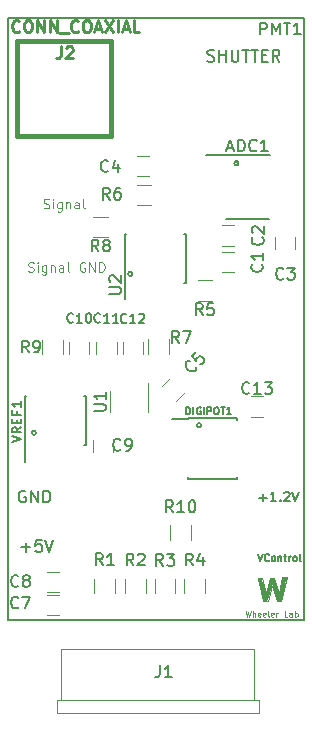
<source format=gto>
G04 #@! TF.GenerationSoftware,KiCad,Pcbnew,(2017-06-25 revision 6a3c1720b)-makepkg*
G04 #@! TF.CreationDate,2017-08-03T12:33:03-04:00*
G04 #@! TF.ProjectId,pmt-transimpedance-amplifier_small_con,706D742D7472616E73696D706564616E,rev?*
G04 #@! TF.SameCoordinates,Original
G04 #@! TF.FileFunction,Legend,Top*
G04 #@! TF.FilePolarity,Positive*
%FSLAX46Y46*%
G04 Gerber Fmt 4.6, Leading zero omitted, Abs format (unit mm)*
G04 Created by KiCad (PCBNEW (2017-06-25 revision 6a3c1720b)-makepkg) date 08/03/17 12:33:03*
%MOMM*%
%LPD*%
G01*
G04 APERTURE LIST*
%ADD10C,0.100000*%
%ADD11C,0.350000*%
%ADD12C,0.300000*%
%ADD13C,0.125000*%
%ADD14C,0.200000*%
%ADD15C,0.050000*%
%ADD16C,0.120000*%
%ADD17C,0.150000*%
%ADD18C,0.381000*%
%ADD19C,0.254000*%
G04 APERTURE END LIST*
D10*
X223707421Y-115010890D02*
X223937421Y-115010890D01*
X225170000Y-114320000D02*
X224960000Y-114430000D01*
X223410000Y-115880000D02*
X223095483Y-114633268D01*
X223160000Y-116190000D02*
X223340000Y-116190000D01*
X223170000Y-116250000D02*
X223350000Y-116250000D01*
X223090000Y-114380000D02*
X222720000Y-114380000D01*
X223810000Y-114640000D02*
X224040000Y-114640000D01*
D11*
X224570000Y-116140000D02*
X224940000Y-114410000D01*
X223990000Y-114500000D02*
X224470000Y-116160000D01*
X223410000Y-116140000D02*
X223900000Y-114490000D01*
D12*
X222920000Y-114450000D02*
X223280000Y-116050000D01*
D10*
X224310000Y-116300000D02*
X224710000Y-116300000D01*
X223560000Y-116310000D02*
X223922128Y-115010890D01*
X223170000Y-116310000D02*
X223560000Y-116310000D01*
X223937421Y-115010890D02*
X224310000Y-116300000D01*
X222710000Y-114330000D02*
X223170000Y-116310000D01*
X223080000Y-114330000D02*
X222710000Y-114330000D01*
X225180000Y-114270000D02*
X224780000Y-114270000D01*
X223394517Y-115576732D02*
X223080000Y-114330000D01*
X223750000Y-114330000D02*
X223394517Y-115576732D01*
X224100000Y-114330000D02*
X223750000Y-114330000D01*
X224476501Y-115588207D02*
X224100000Y-114330000D01*
X224780000Y-114270000D02*
X224476501Y-115588207D01*
X224710000Y-116300000D02*
X225180000Y-114270000D01*
D13*
X221675714Y-117096190D02*
X221794761Y-117596190D01*
X221890000Y-117239047D01*
X221985238Y-117596190D01*
X222104285Y-117096190D01*
X222294761Y-117596190D02*
X222294761Y-117096190D01*
X222509047Y-117596190D02*
X222509047Y-117334285D01*
X222485238Y-117286666D01*
X222437619Y-117262857D01*
X222366190Y-117262857D01*
X222318571Y-117286666D01*
X222294761Y-117310476D01*
X222937619Y-117572380D02*
X222890000Y-117596190D01*
X222794761Y-117596190D01*
X222747142Y-117572380D01*
X222723333Y-117524761D01*
X222723333Y-117334285D01*
X222747142Y-117286666D01*
X222794761Y-117262857D01*
X222890000Y-117262857D01*
X222937619Y-117286666D01*
X222961428Y-117334285D01*
X222961428Y-117381904D01*
X222723333Y-117429523D01*
X223366190Y-117572380D02*
X223318571Y-117596190D01*
X223223333Y-117596190D01*
X223175714Y-117572380D01*
X223151904Y-117524761D01*
X223151904Y-117334285D01*
X223175714Y-117286666D01*
X223223333Y-117262857D01*
X223318571Y-117262857D01*
X223366190Y-117286666D01*
X223390000Y-117334285D01*
X223390000Y-117381904D01*
X223151904Y-117429523D01*
X223675714Y-117596190D02*
X223628095Y-117572380D01*
X223604285Y-117524761D01*
X223604285Y-117096190D01*
X224056666Y-117572380D02*
X224009047Y-117596190D01*
X223913809Y-117596190D01*
X223866190Y-117572380D01*
X223842380Y-117524761D01*
X223842380Y-117334285D01*
X223866190Y-117286666D01*
X223913809Y-117262857D01*
X224009047Y-117262857D01*
X224056666Y-117286666D01*
X224080476Y-117334285D01*
X224080476Y-117381904D01*
X223842380Y-117429523D01*
X224294761Y-117596190D02*
X224294761Y-117262857D01*
X224294761Y-117358095D02*
X224318571Y-117310476D01*
X224342380Y-117286666D01*
X224390000Y-117262857D01*
X224437619Y-117262857D01*
X225223333Y-117596190D02*
X224985238Y-117596190D01*
X224985238Y-117096190D01*
X225604285Y-117596190D02*
X225604285Y-117334285D01*
X225580476Y-117286666D01*
X225532857Y-117262857D01*
X225437619Y-117262857D01*
X225390000Y-117286666D01*
X225604285Y-117572380D02*
X225556666Y-117596190D01*
X225437619Y-117596190D01*
X225390000Y-117572380D01*
X225366190Y-117524761D01*
X225366190Y-117477142D01*
X225390000Y-117429523D01*
X225437619Y-117405714D01*
X225556666Y-117405714D01*
X225604285Y-117381904D01*
X225842380Y-117596190D02*
X225842380Y-117096190D01*
X225842380Y-117286666D02*
X225890000Y-117262857D01*
X225985238Y-117262857D01*
X226032857Y-117286666D01*
X226056666Y-117310476D01*
X226080476Y-117358095D01*
X226080476Y-117500952D01*
X226056666Y-117548571D01*
X226032857Y-117572380D01*
X225985238Y-117596190D01*
X225890000Y-117596190D01*
X225842380Y-117572380D01*
D14*
X221080278Y-79200000D02*
G75*
G03X221080278Y-79200000I-180278J0D01*
G01*
X212080278Y-88575000D02*
G75*
G03X212080278Y-88575000I-180278J0D01*
G01*
X203930278Y-102025000D02*
G75*
G03X203930278Y-102025000I-180278J0D01*
G01*
X217905278Y-101400000D02*
G75*
G03X217905278Y-101400000I-180278J0D01*
G01*
D10*
X205675000Y-125750000D02*
X222825000Y-125750000D01*
X205675000Y-124650000D02*
X222825000Y-124650000D01*
X222825000Y-124650000D02*
X222825000Y-125750000D01*
X205675000Y-124650000D02*
X205675000Y-125750000D01*
D15*
X206050000Y-124650000D02*
X206050000Y-120350000D01*
X206050000Y-120350000D02*
X222350000Y-120350000D01*
X222350000Y-120350000D02*
X222350000Y-124650000D01*
D16*
X217055000Y-109875000D02*
X217055000Y-111075000D01*
X215295000Y-111075000D02*
X215295000Y-109875000D01*
D17*
X201590000Y-66880000D02*
X201590000Y-117880000D01*
X201590000Y-117880000D02*
X226590000Y-117880000D01*
X226590000Y-66880000D02*
X226590000Y-117880000D01*
X201590000Y-66880000D02*
X226590000Y-66880000D01*
X202975000Y-103100000D02*
X203025000Y-103100000D01*
X202975000Y-98950000D02*
X203120000Y-98950000D01*
X208125000Y-98950000D02*
X207980000Y-98950000D01*
X208125000Y-103100000D02*
X207980000Y-103100000D01*
X202975000Y-103100000D02*
X202975000Y-98950000D01*
X208125000Y-103100000D02*
X208125000Y-98950000D01*
X203025000Y-103100000D02*
X203025000Y-104500000D01*
X216825000Y-100855000D02*
X215425000Y-100855000D01*
X216825000Y-105955000D02*
X220975000Y-105955000D01*
X216825000Y-100805000D02*
X220975000Y-100805000D01*
X216825000Y-105955000D02*
X216825000Y-105810000D01*
X220975000Y-105955000D02*
X220975000Y-105810000D01*
X220975000Y-100805000D02*
X220975000Y-100950000D01*
X216825000Y-100805000D02*
X216825000Y-100855000D01*
D16*
X216495000Y-115600000D02*
X216495000Y-114400000D01*
X218255000Y-114400000D02*
X218255000Y-115600000D01*
X205875000Y-115775000D02*
X204875000Y-115775000D01*
X204875000Y-117475000D02*
X205875000Y-117475000D01*
X204850000Y-115525000D02*
X205850000Y-115525000D01*
X205850000Y-113825000D02*
X204850000Y-113825000D01*
X213205000Y-114400000D02*
X213205000Y-115600000D01*
X211445000Y-115600000D02*
X211445000Y-114400000D01*
X210580000Y-114400000D02*
X210580000Y-115600000D01*
X208820000Y-115600000D02*
X208820000Y-114400000D01*
X210000000Y-85480000D02*
X208800000Y-85480000D01*
X208800000Y-83720000D02*
X210000000Y-83720000D01*
X206205000Y-94175000D02*
X206205000Y-95375000D01*
X204445000Y-95375000D02*
X204445000Y-94175000D01*
X213435000Y-100250000D02*
X213435000Y-97800000D01*
X210215000Y-98450000D02*
X210215000Y-100250000D01*
D18*
X210300000Y-68875000D02*
X202300000Y-68875000D01*
X202300000Y-68875000D02*
X202300000Y-76875000D01*
X202300000Y-76875000D02*
X210300000Y-76875000D01*
X210300000Y-76875000D02*
X210300000Y-68875000D01*
D16*
X219697905Y-86175095D02*
X220697905Y-86175095D01*
X220697905Y-84475095D02*
X219697905Y-84475095D01*
X223125000Y-98950000D02*
X222125000Y-98950000D01*
X222125000Y-100650000D02*
X223125000Y-100650000D01*
X215309620Y-97388299D02*
X214602513Y-98095406D01*
X215804594Y-99297487D02*
X216511701Y-98590380D01*
D17*
X219991400Y-83927500D02*
X223700000Y-83927500D01*
X218320700Y-78527500D02*
X223704300Y-78527500D01*
D16*
X224175000Y-85425000D02*
X224175000Y-86425000D01*
X225875000Y-86425000D02*
X225875000Y-85425000D01*
X213650000Y-82780000D02*
X212450000Y-82780000D01*
X212450000Y-81020000D02*
X213650000Y-81020000D01*
X220697905Y-86750095D02*
X219697905Y-86750095D01*
X219697905Y-88450095D02*
X220697905Y-88450095D01*
X213500000Y-78625000D02*
X212500000Y-78625000D01*
X212500000Y-80325000D02*
X213500000Y-80325000D01*
X213970000Y-115600000D02*
X213970000Y-114400000D01*
X215730000Y-114400000D02*
X215730000Y-115600000D01*
D17*
X211448000Y-89329000D02*
X211498000Y-89329000D01*
X211448000Y-85179000D02*
X211593000Y-85179000D01*
X216598000Y-85179000D02*
X216453000Y-85179000D01*
X216598000Y-89329000D02*
X216453000Y-89329000D01*
X211448000Y-89329000D02*
X211448000Y-85179000D01*
X216598000Y-89329000D02*
X216598000Y-85179000D01*
X211498000Y-89329000D02*
X211498000Y-90729000D01*
D16*
X210425000Y-103625000D02*
X210425000Y-102625000D01*
X208725000Y-102625000D02*
X208725000Y-103625000D01*
X206750000Y-94325000D02*
X206750000Y-95325000D01*
X208450000Y-95325000D02*
X208450000Y-94325000D01*
X218825000Y-90830000D02*
X217625000Y-90830000D01*
X217625000Y-89070000D02*
X218825000Y-89070000D01*
X209050000Y-94325000D02*
X209050000Y-95325000D01*
X210750000Y-95325000D02*
X210750000Y-94325000D01*
X211275000Y-94325000D02*
X211275000Y-95325000D01*
X212975000Y-95325000D02*
X212975000Y-94325000D01*
X215205000Y-94125000D02*
X215205000Y-95325000D01*
X213445000Y-95325000D02*
X213445000Y-94125000D01*
D17*
X214416666Y-121727380D02*
X214416666Y-122441666D01*
X214369047Y-122584523D01*
X214273809Y-122679761D01*
X214130952Y-122727380D01*
X214035714Y-122727380D01*
X215416666Y-122727380D02*
X214845238Y-122727380D01*
X215130952Y-122727380D02*
X215130952Y-121727380D01*
X215035714Y-121870238D01*
X214940476Y-121965476D01*
X214845238Y-122013095D01*
X215532142Y-108752380D02*
X215198809Y-108276190D01*
X214960714Y-108752380D02*
X214960714Y-107752380D01*
X215341666Y-107752380D01*
X215436904Y-107800000D01*
X215484523Y-107847619D01*
X215532142Y-107942857D01*
X215532142Y-108085714D01*
X215484523Y-108180952D01*
X215436904Y-108228571D01*
X215341666Y-108276190D01*
X214960714Y-108276190D01*
X216484523Y-108752380D02*
X215913095Y-108752380D01*
X216198809Y-108752380D02*
X216198809Y-107752380D01*
X216103571Y-107895238D01*
X216008333Y-107990476D01*
X215913095Y-108038095D01*
X217103571Y-107752380D02*
X217198809Y-107752380D01*
X217294047Y-107800000D01*
X217341666Y-107847619D01*
X217389285Y-107942857D01*
X217436904Y-108133333D01*
X217436904Y-108371428D01*
X217389285Y-108561904D01*
X217341666Y-108657142D01*
X217294047Y-108704761D01*
X217198809Y-108752380D01*
X217103571Y-108752380D01*
X217008333Y-108704761D01*
X216960714Y-108657142D01*
X216913095Y-108561904D01*
X216865476Y-108371428D01*
X216865476Y-108133333D01*
X216913095Y-107942857D01*
X216960714Y-107847619D01*
X217008333Y-107800000D01*
X217103571Y-107752380D01*
X222909523Y-68302380D02*
X222909523Y-67302380D01*
X223290476Y-67302380D01*
X223385714Y-67350000D01*
X223433333Y-67397619D01*
X223480952Y-67492857D01*
X223480952Y-67635714D01*
X223433333Y-67730952D01*
X223385714Y-67778571D01*
X223290476Y-67826190D01*
X222909523Y-67826190D01*
X223909523Y-68302380D02*
X223909523Y-67302380D01*
X224242857Y-68016666D01*
X224576190Y-67302380D01*
X224576190Y-68302380D01*
X224909523Y-67302380D02*
X225480952Y-67302380D01*
X225195238Y-68302380D02*
X225195238Y-67302380D01*
X226338095Y-68302380D02*
X225766666Y-68302380D01*
X226052380Y-68302380D02*
X226052380Y-67302380D01*
X225957142Y-67445238D01*
X225861904Y-67540476D01*
X225766666Y-67588095D01*
X218452380Y-70554761D02*
X218595238Y-70602380D01*
X218833333Y-70602380D01*
X218928571Y-70554761D01*
X218976190Y-70507142D01*
X219023809Y-70411904D01*
X219023809Y-70316666D01*
X218976190Y-70221428D01*
X218928571Y-70173809D01*
X218833333Y-70126190D01*
X218642857Y-70078571D01*
X218547619Y-70030952D01*
X218500000Y-69983333D01*
X218452380Y-69888095D01*
X218452380Y-69792857D01*
X218500000Y-69697619D01*
X218547619Y-69650000D01*
X218642857Y-69602380D01*
X218880952Y-69602380D01*
X219023809Y-69650000D01*
X219452380Y-70602380D02*
X219452380Y-69602380D01*
X219452380Y-70078571D02*
X220023809Y-70078571D01*
X220023809Y-70602380D02*
X220023809Y-69602380D01*
X220500000Y-69602380D02*
X220500000Y-70411904D01*
X220547619Y-70507142D01*
X220595238Y-70554761D01*
X220690476Y-70602380D01*
X220880952Y-70602380D01*
X220976190Y-70554761D01*
X221023809Y-70507142D01*
X221071428Y-70411904D01*
X221071428Y-69602380D01*
X221404761Y-69602380D02*
X221976190Y-69602380D01*
X221690476Y-70602380D02*
X221690476Y-69602380D01*
X222166666Y-69602380D02*
X222738095Y-69602380D01*
X222452380Y-70602380D02*
X222452380Y-69602380D01*
X223071428Y-70078571D02*
X223404761Y-70078571D01*
X223547619Y-70602380D02*
X223071428Y-70602380D01*
X223071428Y-69602380D01*
X223547619Y-69602380D01*
X224547619Y-70602380D02*
X224214285Y-70126190D01*
X223976190Y-70602380D02*
X223976190Y-69602380D01*
X224357142Y-69602380D01*
X224452380Y-69650000D01*
X224500000Y-69697619D01*
X224547619Y-69792857D01*
X224547619Y-69935714D01*
X224500000Y-70030952D01*
X224452380Y-70078571D01*
X224357142Y-70126190D01*
X223976190Y-70126190D01*
X222850000Y-107507142D02*
X223459523Y-107507142D01*
X223154761Y-107811904D02*
X223154761Y-107202380D01*
X224259523Y-107811904D02*
X223802380Y-107811904D01*
X224030952Y-107811904D02*
X224030952Y-107011904D01*
X223954761Y-107126190D01*
X223878571Y-107202380D01*
X223802380Y-107240476D01*
X224602380Y-107735714D02*
X224640476Y-107773809D01*
X224602380Y-107811904D01*
X224564285Y-107773809D01*
X224602380Y-107735714D01*
X224602380Y-107811904D01*
X224945238Y-107088095D02*
X224983333Y-107050000D01*
X225059523Y-107011904D01*
X225250000Y-107011904D01*
X225326190Y-107050000D01*
X225364285Y-107088095D01*
X225402380Y-107164285D01*
X225402380Y-107240476D01*
X225364285Y-107354761D01*
X224907142Y-107811904D01*
X225402380Y-107811904D01*
X225630952Y-107011904D02*
X225897619Y-107811904D01*
X226164285Y-107011904D01*
X222711428Y-112291428D02*
X222911428Y-112891428D01*
X223111428Y-112291428D01*
X223654285Y-112834285D02*
X223625714Y-112862857D01*
X223540000Y-112891428D01*
X223482857Y-112891428D01*
X223397142Y-112862857D01*
X223340000Y-112805714D01*
X223311428Y-112748571D01*
X223282857Y-112634285D01*
X223282857Y-112548571D01*
X223311428Y-112434285D01*
X223340000Y-112377142D01*
X223397142Y-112320000D01*
X223482857Y-112291428D01*
X223540000Y-112291428D01*
X223625714Y-112320000D01*
X223654285Y-112348571D01*
X223997142Y-112891428D02*
X223940000Y-112862857D01*
X223911428Y-112834285D01*
X223882857Y-112777142D01*
X223882857Y-112605714D01*
X223911428Y-112548571D01*
X223940000Y-112520000D01*
X223997142Y-112491428D01*
X224082857Y-112491428D01*
X224140000Y-112520000D01*
X224168571Y-112548571D01*
X224197142Y-112605714D01*
X224197142Y-112777142D01*
X224168571Y-112834285D01*
X224140000Y-112862857D01*
X224082857Y-112891428D01*
X223997142Y-112891428D01*
X224454285Y-112491428D02*
X224454285Y-112891428D01*
X224454285Y-112548571D02*
X224482857Y-112520000D01*
X224540000Y-112491428D01*
X224625714Y-112491428D01*
X224682857Y-112520000D01*
X224711428Y-112577142D01*
X224711428Y-112891428D01*
X224911428Y-112491428D02*
X225140000Y-112491428D01*
X224997142Y-112291428D02*
X224997142Y-112805714D01*
X225025714Y-112862857D01*
X225082857Y-112891428D01*
X225140000Y-112891428D01*
X225340000Y-112891428D02*
X225340000Y-112491428D01*
X225340000Y-112605714D02*
X225368571Y-112548571D01*
X225397142Y-112520000D01*
X225454285Y-112491428D01*
X225511428Y-112491428D01*
X225797142Y-112891428D02*
X225740000Y-112862857D01*
X225711428Y-112834285D01*
X225682857Y-112777142D01*
X225682857Y-112605714D01*
X225711428Y-112548571D01*
X225740000Y-112520000D01*
X225797142Y-112491428D01*
X225882857Y-112491428D01*
X225940000Y-112520000D01*
X225968571Y-112548571D01*
X225997142Y-112605714D01*
X225997142Y-112777142D01*
X225968571Y-112834285D01*
X225940000Y-112862857D01*
X225882857Y-112891428D01*
X225797142Y-112891428D01*
X226340000Y-112891428D02*
X226282857Y-112862857D01*
X226254285Y-112805714D01*
X226254285Y-112291428D01*
X202689285Y-111721428D02*
X203451190Y-111721428D01*
X203070238Y-112102380D02*
X203070238Y-111340476D01*
X204403571Y-111102380D02*
X203927380Y-111102380D01*
X203879761Y-111578571D01*
X203927380Y-111530952D01*
X204022619Y-111483333D01*
X204260714Y-111483333D01*
X204355952Y-111530952D01*
X204403571Y-111578571D01*
X204451190Y-111673809D01*
X204451190Y-111911904D01*
X204403571Y-112007142D01*
X204355952Y-112054761D01*
X204260714Y-112102380D01*
X204022619Y-112102380D01*
X203927380Y-112054761D01*
X203879761Y-112007142D01*
X204736904Y-111102380D02*
X205070238Y-112102380D01*
X205403571Y-111102380D01*
X203038095Y-106975000D02*
X202942857Y-106927380D01*
X202800000Y-106927380D01*
X202657142Y-106975000D01*
X202561904Y-107070238D01*
X202514285Y-107165476D01*
X202466666Y-107355952D01*
X202466666Y-107498809D01*
X202514285Y-107689285D01*
X202561904Y-107784523D01*
X202657142Y-107879761D01*
X202800000Y-107927380D01*
X202895238Y-107927380D01*
X203038095Y-107879761D01*
X203085714Y-107832142D01*
X203085714Y-107498809D01*
X202895238Y-107498809D01*
X203514285Y-107927380D02*
X203514285Y-106927380D01*
X204085714Y-107927380D01*
X204085714Y-106927380D01*
X204561904Y-107927380D02*
X204561904Y-106927380D01*
X204800000Y-106927380D01*
X204942857Y-106975000D01*
X205038095Y-107070238D01*
X205085714Y-107165476D01*
X205133333Y-107355952D01*
X205133333Y-107498809D01*
X205085714Y-107689285D01*
X205038095Y-107784523D01*
X204942857Y-107879761D01*
X204800000Y-107927380D01*
X204561904Y-107927380D01*
D13*
X203281904Y-88353809D02*
X203396190Y-88391904D01*
X203586666Y-88391904D01*
X203662857Y-88353809D01*
X203700952Y-88315714D01*
X203739047Y-88239523D01*
X203739047Y-88163333D01*
X203700952Y-88087142D01*
X203662857Y-88049047D01*
X203586666Y-88010952D01*
X203434285Y-87972857D01*
X203358095Y-87934761D01*
X203320000Y-87896666D01*
X203281904Y-87820476D01*
X203281904Y-87744285D01*
X203320000Y-87668095D01*
X203358095Y-87630000D01*
X203434285Y-87591904D01*
X203624761Y-87591904D01*
X203739047Y-87630000D01*
X204081904Y-88391904D02*
X204081904Y-87858571D01*
X204081904Y-87591904D02*
X204043809Y-87630000D01*
X204081904Y-87668095D01*
X204120000Y-87630000D01*
X204081904Y-87591904D01*
X204081904Y-87668095D01*
X204805714Y-87858571D02*
X204805714Y-88506190D01*
X204767619Y-88582380D01*
X204729523Y-88620476D01*
X204653333Y-88658571D01*
X204539047Y-88658571D01*
X204462857Y-88620476D01*
X204805714Y-88353809D02*
X204729523Y-88391904D01*
X204577142Y-88391904D01*
X204500952Y-88353809D01*
X204462857Y-88315714D01*
X204424761Y-88239523D01*
X204424761Y-88010952D01*
X204462857Y-87934761D01*
X204500952Y-87896666D01*
X204577142Y-87858571D01*
X204729523Y-87858571D01*
X204805714Y-87896666D01*
X205186666Y-87858571D02*
X205186666Y-88391904D01*
X205186666Y-87934761D02*
X205224761Y-87896666D01*
X205300952Y-87858571D01*
X205415238Y-87858571D01*
X205491428Y-87896666D01*
X205529523Y-87972857D01*
X205529523Y-88391904D01*
X206253333Y-88391904D02*
X206253333Y-87972857D01*
X206215238Y-87896666D01*
X206139047Y-87858571D01*
X205986666Y-87858571D01*
X205910476Y-87896666D01*
X206253333Y-88353809D02*
X206177142Y-88391904D01*
X205986666Y-88391904D01*
X205910476Y-88353809D01*
X205872380Y-88277619D01*
X205872380Y-88201428D01*
X205910476Y-88125238D01*
X205986666Y-88087142D01*
X206177142Y-88087142D01*
X206253333Y-88049047D01*
X206748571Y-88391904D02*
X206672380Y-88353809D01*
X206634285Y-88277619D01*
X206634285Y-87591904D01*
X208081904Y-87630000D02*
X208005714Y-87591904D01*
X207891428Y-87591904D01*
X207777142Y-87630000D01*
X207700952Y-87706190D01*
X207662857Y-87782380D01*
X207624761Y-87934761D01*
X207624761Y-88049047D01*
X207662857Y-88201428D01*
X207700952Y-88277619D01*
X207777142Y-88353809D01*
X207891428Y-88391904D01*
X207967619Y-88391904D01*
X208081904Y-88353809D01*
X208120000Y-88315714D01*
X208120000Y-88049047D01*
X207967619Y-88049047D01*
X208462857Y-88391904D02*
X208462857Y-87591904D01*
X208920000Y-88391904D01*
X208920000Y-87591904D01*
X209300952Y-88391904D02*
X209300952Y-87591904D01*
X209491428Y-87591904D01*
X209605714Y-87630000D01*
X209681904Y-87706190D01*
X209720000Y-87782380D01*
X209758095Y-87934761D01*
X209758095Y-88049047D01*
X209720000Y-88201428D01*
X209681904Y-88277619D01*
X209605714Y-88353809D01*
X209491428Y-88391904D01*
X209300952Y-88391904D01*
X204575714Y-82993809D02*
X204690000Y-83031904D01*
X204880476Y-83031904D01*
X204956666Y-82993809D01*
X204994761Y-82955714D01*
X205032857Y-82879523D01*
X205032857Y-82803333D01*
X204994761Y-82727142D01*
X204956666Y-82689047D01*
X204880476Y-82650952D01*
X204728095Y-82612857D01*
X204651904Y-82574761D01*
X204613809Y-82536666D01*
X204575714Y-82460476D01*
X204575714Y-82384285D01*
X204613809Y-82308095D01*
X204651904Y-82270000D01*
X204728095Y-82231904D01*
X204918571Y-82231904D01*
X205032857Y-82270000D01*
X205375714Y-83031904D02*
X205375714Y-82498571D01*
X205375714Y-82231904D02*
X205337619Y-82270000D01*
X205375714Y-82308095D01*
X205413809Y-82270000D01*
X205375714Y-82231904D01*
X205375714Y-82308095D01*
X206099523Y-82498571D02*
X206099523Y-83146190D01*
X206061428Y-83222380D01*
X206023333Y-83260476D01*
X205947142Y-83298571D01*
X205832857Y-83298571D01*
X205756666Y-83260476D01*
X206099523Y-82993809D02*
X206023333Y-83031904D01*
X205870952Y-83031904D01*
X205794761Y-82993809D01*
X205756666Y-82955714D01*
X205718571Y-82879523D01*
X205718571Y-82650952D01*
X205756666Y-82574761D01*
X205794761Y-82536666D01*
X205870952Y-82498571D01*
X206023333Y-82498571D01*
X206099523Y-82536666D01*
X206480476Y-82498571D02*
X206480476Y-83031904D01*
X206480476Y-82574761D02*
X206518571Y-82536666D01*
X206594761Y-82498571D01*
X206709047Y-82498571D01*
X206785238Y-82536666D01*
X206823333Y-82612857D01*
X206823333Y-83031904D01*
X207547142Y-83031904D02*
X207547142Y-82612857D01*
X207509047Y-82536666D01*
X207432857Y-82498571D01*
X207280476Y-82498571D01*
X207204285Y-82536666D01*
X207547142Y-82993809D02*
X207470952Y-83031904D01*
X207280476Y-83031904D01*
X207204285Y-82993809D01*
X207166190Y-82917619D01*
X207166190Y-82841428D01*
X207204285Y-82765238D01*
X207280476Y-82727142D01*
X207470952Y-82727142D01*
X207547142Y-82689047D01*
X208042380Y-83031904D02*
X207966190Y-82993809D01*
X207928095Y-82917619D01*
X207928095Y-82231904D01*
D17*
X201901904Y-102802380D02*
X202701904Y-102535714D01*
X201901904Y-102269047D01*
X202701904Y-101545238D02*
X202320952Y-101811904D01*
X202701904Y-102002380D02*
X201901904Y-102002380D01*
X201901904Y-101697619D01*
X201940000Y-101621428D01*
X201978095Y-101583333D01*
X202054285Y-101545238D01*
X202168571Y-101545238D01*
X202244761Y-101583333D01*
X202282857Y-101621428D01*
X202320952Y-101697619D01*
X202320952Y-102002380D01*
X202282857Y-101202380D02*
X202282857Y-100935714D01*
X202701904Y-100821428D02*
X202701904Y-101202380D01*
X201901904Y-101202380D01*
X201901904Y-100821428D01*
X202282857Y-100211904D02*
X202282857Y-100478571D01*
X202701904Y-100478571D02*
X201901904Y-100478571D01*
X201901904Y-100097619D01*
X202701904Y-99373809D02*
X202701904Y-99830952D01*
X202701904Y-99602380D02*
X201901904Y-99602380D01*
X202016190Y-99678571D01*
X202092380Y-99754761D01*
X202130476Y-99830952D01*
X216668571Y-100461428D02*
X216668571Y-99861428D01*
X216811428Y-99861428D01*
X216897142Y-99890000D01*
X216954285Y-99947142D01*
X216982857Y-100004285D01*
X217011428Y-100118571D01*
X217011428Y-100204285D01*
X216982857Y-100318571D01*
X216954285Y-100375714D01*
X216897142Y-100432857D01*
X216811428Y-100461428D01*
X216668571Y-100461428D01*
X217268571Y-100461428D02*
X217268571Y-99861428D01*
X217868571Y-99890000D02*
X217811428Y-99861428D01*
X217725714Y-99861428D01*
X217640000Y-99890000D01*
X217582857Y-99947142D01*
X217554285Y-100004285D01*
X217525714Y-100118571D01*
X217525714Y-100204285D01*
X217554285Y-100318571D01*
X217582857Y-100375714D01*
X217640000Y-100432857D01*
X217725714Y-100461428D01*
X217782857Y-100461428D01*
X217868571Y-100432857D01*
X217897142Y-100404285D01*
X217897142Y-100204285D01*
X217782857Y-100204285D01*
X218154285Y-100461428D02*
X218154285Y-99861428D01*
X218440000Y-100461428D02*
X218440000Y-99861428D01*
X218668571Y-99861428D01*
X218725714Y-99890000D01*
X218754285Y-99918571D01*
X218782857Y-99975714D01*
X218782857Y-100061428D01*
X218754285Y-100118571D01*
X218725714Y-100147142D01*
X218668571Y-100175714D01*
X218440000Y-100175714D01*
X219154285Y-99861428D02*
X219268571Y-99861428D01*
X219325714Y-99890000D01*
X219382857Y-99947142D01*
X219411428Y-100061428D01*
X219411428Y-100261428D01*
X219382857Y-100375714D01*
X219325714Y-100432857D01*
X219268571Y-100461428D01*
X219154285Y-100461428D01*
X219097142Y-100432857D01*
X219040000Y-100375714D01*
X219011428Y-100261428D01*
X219011428Y-100061428D01*
X219040000Y-99947142D01*
X219097142Y-99890000D01*
X219154285Y-99861428D01*
X219582857Y-99861428D02*
X219925714Y-99861428D01*
X219754285Y-100461428D02*
X219754285Y-99861428D01*
X220440000Y-100461428D02*
X220097142Y-100461428D01*
X220268571Y-100461428D02*
X220268571Y-99861428D01*
X220211428Y-99947142D01*
X220154285Y-100004285D01*
X220097142Y-100032857D01*
X217208333Y-113252380D02*
X216875000Y-112776190D01*
X216636904Y-113252380D02*
X216636904Y-112252380D01*
X217017857Y-112252380D01*
X217113095Y-112300000D01*
X217160714Y-112347619D01*
X217208333Y-112442857D01*
X217208333Y-112585714D01*
X217160714Y-112680952D01*
X217113095Y-112728571D01*
X217017857Y-112776190D01*
X216636904Y-112776190D01*
X218065476Y-112585714D02*
X218065476Y-113252380D01*
X217827380Y-112204761D02*
X217589285Y-112919047D01*
X218208333Y-112919047D01*
X202433333Y-116807142D02*
X202385714Y-116854761D01*
X202242857Y-116902380D01*
X202147619Y-116902380D01*
X202004761Y-116854761D01*
X201909523Y-116759523D01*
X201861904Y-116664285D01*
X201814285Y-116473809D01*
X201814285Y-116330952D01*
X201861904Y-116140476D01*
X201909523Y-116045238D01*
X202004761Y-115950000D01*
X202147619Y-115902380D01*
X202242857Y-115902380D01*
X202385714Y-115950000D01*
X202433333Y-115997619D01*
X202766666Y-115902380D02*
X203433333Y-115902380D01*
X203004761Y-116902380D01*
X202443333Y-114987142D02*
X202395714Y-115034761D01*
X202252857Y-115082380D01*
X202157619Y-115082380D01*
X202014761Y-115034761D01*
X201919523Y-114939523D01*
X201871904Y-114844285D01*
X201824285Y-114653809D01*
X201824285Y-114510952D01*
X201871904Y-114320476D01*
X201919523Y-114225238D01*
X202014761Y-114130000D01*
X202157619Y-114082380D01*
X202252857Y-114082380D01*
X202395714Y-114130000D01*
X202443333Y-114177619D01*
X203014761Y-114510952D02*
X202919523Y-114463333D01*
X202871904Y-114415714D01*
X202824285Y-114320476D01*
X202824285Y-114272857D01*
X202871904Y-114177619D01*
X202919523Y-114130000D01*
X203014761Y-114082380D01*
X203205238Y-114082380D01*
X203300476Y-114130000D01*
X203348095Y-114177619D01*
X203395714Y-114272857D01*
X203395714Y-114320476D01*
X203348095Y-114415714D01*
X203300476Y-114463333D01*
X203205238Y-114510952D01*
X203014761Y-114510952D01*
X202919523Y-114558571D01*
X202871904Y-114606190D01*
X202824285Y-114701428D01*
X202824285Y-114891904D01*
X202871904Y-114987142D01*
X202919523Y-115034761D01*
X203014761Y-115082380D01*
X203205238Y-115082380D01*
X203300476Y-115034761D01*
X203348095Y-114987142D01*
X203395714Y-114891904D01*
X203395714Y-114701428D01*
X203348095Y-114606190D01*
X203300476Y-114558571D01*
X203205238Y-114510952D01*
X212183333Y-113252380D02*
X211850000Y-112776190D01*
X211611904Y-113252380D02*
X211611904Y-112252380D01*
X211992857Y-112252380D01*
X212088095Y-112300000D01*
X212135714Y-112347619D01*
X212183333Y-112442857D01*
X212183333Y-112585714D01*
X212135714Y-112680952D01*
X212088095Y-112728571D01*
X211992857Y-112776190D01*
X211611904Y-112776190D01*
X212564285Y-112347619D02*
X212611904Y-112300000D01*
X212707142Y-112252380D01*
X212945238Y-112252380D01*
X213040476Y-112300000D01*
X213088095Y-112347619D01*
X213135714Y-112442857D01*
X213135714Y-112538095D01*
X213088095Y-112680952D01*
X212516666Y-113252380D01*
X213135714Y-113252380D01*
X209583333Y-113227380D02*
X209250000Y-112751190D01*
X209011904Y-113227380D02*
X209011904Y-112227380D01*
X209392857Y-112227380D01*
X209488095Y-112275000D01*
X209535714Y-112322619D01*
X209583333Y-112417857D01*
X209583333Y-112560714D01*
X209535714Y-112655952D01*
X209488095Y-112703571D01*
X209392857Y-112751190D01*
X209011904Y-112751190D01*
X210535714Y-113227380D02*
X209964285Y-113227380D01*
X210250000Y-113227380D02*
X210250000Y-112227380D01*
X210154761Y-112370238D01*
X210059523Y-112465476D01*
X209964285Y-112513095D01*
X209223333Y-86672380D02*
X208890000Y-86196190D01*
X208651904Y-86672380D02*
X208651904Y-85672380D01*
X209032857Y-85672380D01*
X209128095Y-85720000D01*
X209175714Y-85767619D01*
X209223333Y-85862857D01*
X209223333Y-86005714D01*
X209175714Y-86100952D01*
X209128095Y-86148571D01*
X209032857Y-86196190D01*
X208651904Y-86196190D01*
X209794761Y-86100952D02*
X209699523Y-86053333D01*
X209651904Y-86005714D01*
X209604285Y-85910476D01*
X209604285Y-85862857D01*
X209651904Y-85767619D01*
X209699523Y-85720000D01*
X209794761Y-85672380D01*
X209985238Y-85672380D01*
X210080476Y-85720000D01*
X210128095Y-85767619D01*
X210175714Y-85862857D01*
X210175714Y-85910476D01*
X210128095Y-86005714D01*
X210080476Y-86053333D01*
X209985238Y-86100952D01*
X209794761Y-86100952D01*
X209699523Y-86148571D01*
X209651904Y-86196190D01*
X209604285Y-86291428D01*
X209604285Y-86481904D01*
X209651904Y-86577142D01*
X209699523Y-86624761D01*
X209794761Y-86672380D01*
X209985238Y-86672380D01*
X210080476Y-86624761D01*
X210128095Y-86577142D01*
X210175714Y-86481904D01*
X210175714Y-86291428D01*
X210128095Y-86196190D01*
X210080476Y-86148571D01*
X209985238Y-86100952D01*
X203308333Y-95227380D02*
X202975000Y-94751190D01*
X202736904Y-95227380D02*
X202736904Y-94227380D01*
X203117857Y-94227380D01*
X203213095Y-94275000D01*
X203260714Y-94322619D01*
X203308333Y-94417857D01*
X203308333Y-94560714D01*
X203260714Y-94655952D01*
X203213095Y-94703571D01*
X203117857Y-94751190D01*
X202736904Y-94751190D01*
X203784523Y-95227380D02*
X203975000Y-95227380D01*
X204070238Y-95179761D01*
X204117857Y-95132142D01*
X204213095Y-94989285D01*
X204260714Y-94798809D01*
X204260714Y-94417857D01*
X204213095Y-94322619D01*
X204165476Y-94275000D01*
X204070238Y-94227380D01*
X203879761Y-94227380D01*
X203784523Y-94275000D01*
X203736904Y-94322619D01*
X203689285Y-94417857D01*
X203689285Y-94655952D01*
X203736904Y-94751190D01*
X203784523Y-94798809D01*
X203879761Y-94846428D01*
X204070238Y-94846428D01*
X204165476Y-94798809D01*
X204213095Y-94751190D01*
X204260714Y-94655952D01*
X208827380Y-100161904D02*
X209636904Y-100161904D01*
X209732142Y-100114285D01*
X209779761Y-100066666D01*
X209827380Y-99971428D01*
X209827380Y-99780952D01*
X209779761Y-99685714D01*
X209732142Y-99638095D01*
X209636904Y-99590476D01*
X208827380Y-99590476D01*
X209827380Y-98590476D02*
X209827380Y-99161904D01*
X209827380Y-98876190D02*
X208827380Y-98876190D01*
X208970238Y-98971428D01*
X209065476Y-99066666D01*
X209113095Y-99161904D01*
D19*
X206036333Y-69318619D02*
X206036333Y-70044333D01*
X205987952Y-70189476D01*
X205891190Y-70286238D01*
X205746047Y-70334619D01*
X205649285Y-70334619D01*
X206471761Y-69415380D02*
X206520142Y-69367000D01*
X206616904Y-69318619D01*
X206858809Y-69318619D01*
X206955571Y-69367000D01*
X207003952Y-69415380D01*
X207052333Y-69512142D01*
X207052333Y-69608904D01*
X207003952Y-69754047D01*
X206423380Y-70334619D01*
X207052333Y-70334619D01*
X202532857Y-68012857D02*
X202484476Y-68061238D01*
X202339333Y-68109619D01*
X202242571Y-68109619D01*
X202097428Y-68061238D01*
X202000666Y-67964476D01*
X201952285Y-67867714D01*
X201903904Y-67674190D01*
X201903904Y-67529047D01*
X201952285Y-67335523D01*
X202000666Y-67238761D01*
X202097428Y-67142000D01*
X202242571Y-67093619D01*
X202339333Y-67093619D01*
X202484476Y-67142000D01*
X202532857Y-67190380D01*
X203161809Y-67093619D02*
X203355333Y-67093619D01*
X203452095Y-67142000D01*
X203548857Y-67238761D01*
X203597238Y-67432285D01*
X203597238Y-67770952D01*
X203548857Y-67964476D01*
X203452095Y-68061238D01*
X203355333Y-68109619D01*
X203161809Y-68109619D01*
X203065047Y-68061238D01*
X202968285Y-67964476D01*
X202919904Y-67770952D01*
X202919904Y-67432285D01*
X202968285Y-67238761D01*
X203065047Y-67142000D01*
X203161809Y-67093619D01*
X204032666Y-68109619D02*
X204032666Y-67093619D01*
X204613238Y-68109619D01*
X204613238Y-67093619D01*
X205097047Y-68109619D02*
X205097047Y-67093619D01*
X205677619Y-68109619D01*
X205677619Y-67093619D01*
X205919523Y-68206380D02*
X206693619Y-68206380D01*
X207516095Y-68012857D02*
X207467714Y-68061238D01*
X207322571Y-68109619D01*
X207225809Y-68109619D01*
X207080666Y-68061238D01*
X206983904Y-67964476D01*
X206935523Y-67867714D01*
X206887142Y-67674190D01*
X206887142Y-67529047D01*
X206935523Y-67335523D01*
X206983904Y-67238761D01*
X207080666Y-67142000D01*
X207225809Y-67093619D01*
X207322571Y-67093619D01*
X207467714Y-67142000D01*
X207516095Y-67190380D01*
X208145047Y-67093619D02*
X208338571Y-67093619D01*
X208435333Y-67142000D01*
X208532095Y-67238761D01*
X208580476Y-67432285D01*
X208580476Y-67770952D01*
X208532095Y-67964476D01*
X208435333Y-68061238D01*
X208338571Y-68109619D01*
X208145047Y-68109619D01*
X208048285Y-68061238D01*
X207951523Y-67964476D01*
X207903142Y-67770952D01*
X207903142Y-67432285D01*
X207951523Y-67238761D01*
X208048285Y-67142000D01*
X208145047Y-67093619D01*
X208967523Y-67819333D02*
X209451333Y-67819333D01*
X208870761Y-68109619D02*
X209209428Y-67093619D01*
X209548095Y-68109619D01*
X209790000Y-67093619D02*
X210467333Y-68109619D01*
X210467333Y-67093619D02*
X209790000Y-68109619D01*
X210854380Y-68109619D02*
X210854380Y-67093619D01*
X211289809Y-67819333D02*
X211773619Y-67819333D01*
X211193047Y-68109619D02*
X211531714Y-67093619D01*
X211870380Y-68109619D01*
X212692857Y-68109619D02*
X212209047Y-68109619D01*
X212209047Y-67093619D01*
D17*
X223105047Y-85491761D02*
X223152666Y-85539380D01*
X223200285Y-85682237D01*
X223200285Y-85777475D01*
X223152666Y-85920333D01*
X223057428Y-86015571D01*
X222962190Y-86063190D01*
X222771714Y-86110809D01*
X222628857Y-86110809D01*
X222438381Y-86063190D01*
X222343143Y-86015571D01*
X222247905Y-85920333D01*
X222200285Y-85777475D01*
X222200285Y-85682237D01*
X222247905Y-85539380D01*
X222295524Y-85491761D01*
X222295524Y-85110809D02*
X222247905Y-85063190D01*
X222200285Y-84967952D01*
X222200285Y-84729856D01*
X222247905Y-84634618D01*
X222295524Y-84586999D01*
X222390762Y-84539380D01*
X222486000Y-84539380D01*
X222628857Y-84586999D01*
X223200285Y-85158428D01*
X223200285Y-84539380D01*
X222007142Y-98632142D02*
X221959523Y-98679761D01*
X221816666Y-98727380D01*
X221721428Y-98727380D01*
X221578571Y-98679761D01*
X221483333Y-98584523D01*
X221435714Y-98489285D01*
X221388095Y-98298809D01*
X221388095Y-98155952D01*
X221435714Y-97965476D01*
X221483333Y-97870238D01*
X221578571Y-97775000D01*
X221721428Y-97727380D01*
X221816666Y-97727380D01*
X221959523Y-97775000D01*
X222007142Y-97822619D01*
X222959523Y-98727380D02*
X222388095Y-98727380D01*
X222673809Y-98727380D02*
X222673809Y-97727380D01*
X222578571Y-97870238D01*
X222483333Y-97965476D01*
X222388095Y-98013095D01*
X223292857Y-97727380D02*
X223911904Y-97727380D01*
X223578571Y-98108333D01*
X223721428Y-98108333D01*
X223816666Y-98155952D01*
X223864285Y-98203571D01*
X223911904Y-98298809D01*
X223911904Y-98536904D01*
X223864285Y-98632142D01*
X223816666Y-98679761D01*
X223721428Y-98727380D01*
X223435714Y-98727380D01*
X223340476Y-98679761D01*
X223292857Y-98632142D01*
X217509687Y-96495389D02*
X217509687Y-96562732D01*
X217442343Y-96697419D01*
X217375000Y-96764763D01*
X217240312Y-96832106D01*
X217105625Y-96832106D01*
X217004610Y-96798435D01*
X216836251Y-96697419D01*
X216735236Y-96596404D01*
X216634221Y-96428045D01*
X216600549Y-96327030D01*
X216600549Y-96192343D01*
X216667893Y-96057656D01*
X216735236Y-95990312D01*
X216869923Y-95922969D01*
X216937267Y-95922969D01*
X217509687Y-95215862D02*
X217172969Y-95552580D01*
X217476015Y-95922969D01*
X217476015Y-95855625D01*
X217509687Y-95754610D01*
X217678045Y-95586251D01*
X217779061Y-95552580D01*
X217846404Y-95552580D01*
X217947419Y-95586251D01*
X218115778Y-95754610D01*
X218149450Y-95855625D01*
X218149450Y-95922969D01*
X218115778Y-96023984D01*
X217947419Y-96192343D01*
X217846404Y-96226015D01*
X217779061Y-96226015D01*
X220131414Y-77919166D02*
X220607604Y-77919166D01*
X220036176Y-78204880D02*
X220369509Y-77204880D01*
X220702842Y-78204880D01*
X221036176Y-78204880D02*
X221036176Y-77204880D01*
X221274271Y-77204880D01*
X221417128Y-77252500D01*
X221512366Y-77347738D01*
X221559985Y-77442976D01*
X221607604Y-77633452D01*
X221607604Y-77776309D01*
X221559985Y-77966785D01*
X221512366Y-78062023D01*
X221417128Y-78157261D01*
X221274271Y-78204880D01*
X221036176Y-78204880D01*
X222607604Y-78109642D02*
X222559985Y-78157261D01*
X222417128Y-78204880D01*
X222321890Y-78204880D01*
X222179033Y-78157261D01*
X222083795Y-78062023D01*
X222036176Y-77966785D01*
X221988557Y-77776309D01*
X221988557Y-77633452D01*
X222036176Y-77442976D01*
X222083795Y-77347738D01*
X222179033Y-77252500D01*
X222321890Y-77204880D01*
X222417128Y-77204880D01*
X222559985Y-77252500D01*
X222607604Y-77300119D01*
X223559985Y-78204880D02*
X222988557Y-78204880D01*
X223274271Y-78204880D02*
X223274271Y-77204880D01*
X223179033Y-77347738D01*
X223083795Y-77442976D01*
X222988557Y-77490595D01*
X224883333Y-88957142D02*
X224835714Y-89004761D01*
X224692857Y-89052380D01*
X224597619Y-89052380D01*
X224454761Y-89004761D01*
X224359523Y-88909523D01*
X224311904Y-88814285D01*
X224264285Y-88623809D01*
X224264285Y-88480952D01*
X224311904Y-88290476D01*
X224359523Y-88195238D01*
X224454761Y-88100000D01*
X224597619Y-88052380D01*
X224692857Y-88052380D01*
X224835714Y-88100000D01*
X224883333Y-88147619D01*
X225216666Y-88052380D02*
X225835714Y-88052380D01*
X225502380Y-88433333D01*
X225645238Y-88433333D01*
X225740476Y-88480952D01*
X225788095Y-88528571D01*
X225835714Y-88623809D01*
X225835714Y-88861904D01*
X225788095Y-88957142D01*
X225740476Y-89004761D01*
X225645238Y-89052380D01*
X225359523Y-89052380D01*
X225264285Y-89004761D01*
X225216666Y-88957142D01*
X210158333Y-82277380D02*
X209825000Y-81801190D01*
X209586904Y-82277380D02*
X209586904Y-81277380D01*
X209967857Y-81277380D01*
X210063095Y-81325000D01*
X210110714Y-81372619D01*
X210158333Y-81467857D01*
X210158333Y-81610714D01*
X210110714Y-81705952D01*
X210063095Y-81753571D01*
X209967857Y-81801190D01*
X209586904Y-81801190D01*
X211015476Y-81277380D02*
X210825000Y-81277380D01*
X210729761Y-81325000D01*
X210682142Y-81372619D01*
X210586904Y-81515476D01*
X210539285Y-81705952D01*
X210539285Y-82086904D01*
X210586904Y-82182142D01*
X210634523Y-82229761D01*
X210729761Y-82277380D01*
X210920238Y-82277380D01*
X211015476Y-82229761D01*
X211063095Y-82182142D01*
X211110714Y-82086904D01*
X211110714Y-81848809D01*
X211063095Y-81753571D01*
X211015476Y-81705952D01*
X210920238Y-81658333D01*
X210729761Y-81658333D01*
X210634523Y-81705952D01*
X210586904Y-81753571D01*
X210539285Y-81848809D01*
X223057142Y-87766666D02*
X223104761Y-87814285D01*
X223152380Y-87957142D01*
X223152380Y-88052380D01*
X223104761Y-88195238D01*
X223009523Y-88290476D01*
X222914285Y-88338095D01*
X222723809Y-88385714D01*
X222580952Y-88385714D01*
X222390476Y-88338095D01*
X222295238Y-88290476D01*
X222200000Y-88195238D01*
X222152380Y-88052380D01*
X222152380Y-87957142D01*
X222200000Y-87814285D01*
X222247619Y-87766666D01*
X223152380Y-86814285D02*
X223152380Y-87385714D01*
X223152380Y-87100000D02*
X222152380Y-87100000D01*
X222295238Y-87195238D01*
X222390476Y-87290476D01*
X222438095Y-87385714D01*
X210033333Y-79852142D02*
X209985714Y-79899761D01*
X209842857Y-79947380D01*
X209747619Y-79947380D01*
X209604761Y-79899761D01*
X209509523Y-79804523D01*
X209461904Y-79709285D01*
X209414285Y-79518809D01*
X209414285Y-79375952D01*
X209461904Y-79185476D01*
X209509523Y-79090238D01*
X209604761Y-78995000D01*
X209747619Y-78947380D01*
X209842857Y-78947380D01*
X209985714Y-78995000D01*
X210033333Y-79042619D01*
X210890476Y-79280714D02*
X210890476Y-79947380D01*
X210652380Y-78899761D02*
X210414285Y-79614047D01*
X211033333Y-79614047D01*
X214683333Y-113277380D02*
X214350000Y-112801190D01*
X214111904Y-113277380D02*
X214111904Y-112277380D01*
X214492857Y-112277380D01*
X214588095Y-112325000D01*
X214635714Y-112372619D01*
X214683333Y-112467857D01*
X214683333Y-112610714D01*
X214635714Y-112705952D01*
X214588095Y-112753571D01*
X214492857Y-112801190D01*
X214111904Y-112801190D01*
X215016666Y-112277380D02*
X215635714Y-112277380D01*
X215302380Y-112658333D01*
X215445238Y-112658333D01*
X215540476Y-112705952D01*
X215588095Y-112753571D01*
X215635714Y-112848809D01*
X215635714Y-113086904D01*
X215588095Y-113182142D01*
X215540476Y-113229761D01*
X215445238Y-113277380D01*
X215159523Y-113277380D01*
X215064285Y-113229761D01*
X215016666Y-113182142D01*
X210127380Y-90261904D02*
X210936904Y-90261904D01*
X211032142Y-90214285D01*
X211079761Y-90166666D01*
X211127380Y-90071428D01*
X211127380Y-89880952D01*
X211079761Y-89785714D01*
X211032142Y-89738095D01*
X210936904Y-89690476D01*
X210127380Y-89690476D01*
X210222619Y-89261904D02*
X210175000Y-89214285D01*
X210127380Y-89119047D01*
X210127380Y-88880952D01*
X210175000Y-88785714D01*
X210222619Y-88738095D01*
X210317857Y-88690476D01*
X210413095Y-88690476D01*
X210555952Y-88738095D01*
X211127380Y-89309523D01*
X211127380Y-88690476D01*
X211083333Y-103432142D02*
X211035714Y-103479761D01*
X210892857Y-103527380D01*
X210797619Y-103527380D01*
X210654761Y-103479761D01*
X210559523Y-103384523D01*
X210511904Y-103289285D01*
X210464285Y-103098809D01*
X210464285Y-102955952D01*
X210511904Y-102765476D01*
X210559523Y-102670238D01*
X210654761Y-102575000D01*
X210797619Y-102527380D01*
X210892857Y-102527380D01*
X211035714Y-102575000D01*
X211083333Y-102622619D01*
X211559523Y-103527380D02*
X211750000Y-103527380D01*
X211845238Y-103479761D01*
X211892857Y-103432142D01*
X211988095Y-103289285D01*
X212035714Y-103098809D01*
X212035714Y-102717857D01*
X211988095Y-102622619D01*
X211940476Y-102575000D01*
X211845238Y-102527380D01*
X211654761Y-102527380D01*
X211559523Y-102575000D01*
X211511904Y-102622619D01*
X211464285Y-102717857D01*
X211464285Y-102955952D01*
X211511904Y-103051190D01*
X211559523Y-103098809D01*
X211654761Y-103146428D01*
X211845238Y-103146428D01*
X211940476Y-103098809D01*
X211988095Y-103051190D01*
X212035714Y-102955952D01*
X207075714Y-92625714D02*
X207037619Y-92663809D01*
X206923333Y-92701904D01*
X206847142Y-92701904D01*
X206732857Y-92663809D01*
X206656666Y-92587619D01*
X206618571Y-92511428D01*
X206580476Y-92359047D01*
X206580476Y-92244761D01*
X206618571Y-92092380D01*
X206656666Y-92016190D01*
X206732857Y-91940000D01*
X206847142Y-91901904D01*
X206923333Y-91901904D01*
X207037619Y-91940000D01*
X207075714Y-91978095D01*
X207837619Y-92701904D02*
X207380476Y-92701904D01*
X207609047Y-92701904D02*
X207609047Y-91901904D01*
X207532857Y-92016190D01*
X207456666Y-92092380D01*
X207380476Y-92130476D01*
X208332857Y-91901904D02*
X208409047Y-91901904D01*
X208485238Y-91940000D01*
X208523333Y-91978095D01*
X208561428Y-92054285D01*
X208599523Y-92206666D01*
X208599523Y-92397142D01*
X208561428Y-92549523D01*
X208523333Y-92625714D01*
X208485238Y-92663809D01*
X208409047Y-92701904D01*
X208332857Y-92701904D01*
X208256666Y-92663809D01*
X208218571Y-92625714D01*
X208180476Y-92549523D01*
X208142380Y-92397142D01*
X208142380Y-92206666D01*
X208180476Y-92054285D01*
X208218571Y-91978095D01*
X208256666Y-91940000D01*
X208332857Y-91901904D01*
X218043333Y-92062380D02*
X217710000Y-91586190D01*
X217471904Y-92062380D02*
X217471904Y-91062380D01*
X217852857Y-91062380D01*
X217948095Y-91110000D01*
X217995714Y-91157619D01*
X218043333Y-91252857D01*
X218043333Y-91395714D01*
X217995714Y-91490952D01*
X217948095Y-91538571D01*
X217852857Y-91586190D01*
X217471904Y-91586190D01*
X218948095Y-91062380D02*
X218471904Y-91062380D01*
X218424285Y-91538571D01*
X218471904Y-91490952D01*
X218567142Y-91443333D01*
X218805238Y-91443333D01*
X218900476Y-91490952D01*
X218948095Y-91538571D01*
X218995714Y-91633809D01*
X218995714Y-91871904D01*
X218948095Y-91967142D01*
X218900476Y-92014761D01*
X218805238Y-92062380D01*
X218567142Y-92062380D01*
X218471904Y-92014761D01*
X218424285Y-91967142D01*
X209375714Y-92625714D02*
X209337619Y-92663809D01*
X209223333Y-92701904D01*
X209147142Y-92701904D01*
X209032857Y-92663809D01*
X208956666Y-92587619D01*
X208918571Y-92511428D01*
X208880476Y-92359047D01*
X208880476Y-92244761D01*
X208918571Y-92092380D01*
X208956666Y-92016190D01*
X209032857Y-91940000D01*
X209147142Y-91901904D01*
X209223333Y-91901904D01*
X209337619Y-91940000D01*
X209375714Y-91978095D01*
X210137619Y-92701904D02*
X209680476Y-92701904D01*
X209909047Y-92701904D02*
X209909047Y-91901904D01*
X209832857Y-92016190D01*
X209756666Y-92092380D01*
X209680476Y-92130476D01*
X210899523Y-92701904D02*
X210442380Y-92701904D01*
X210670952Y-92701904D02*
X210670952Y-91901904D01*
X210594761Y-92016190D01*
X210518571Y-92092380D01*
X210442380Y-92130476D01*
X211595714Y-92655714D02*
X211557619Y-92693809D01*
X211443333Y-92731904D01*
X211367142Y-92731904D01*
X211252857Y-92693809D01*
X211176666Y-92617619D01*
X211138571Y-92541428D01*
X211100476Y-92389047D01*
X211100476Y-92274761D01*
X211138571Y-92122380D01*
X211176666Y-92046190D01*
X211252857Y-91970000D01*
X211367142Y-91931904D01*
X211443333Y-91931904D01*
X211557619Y-91970000D01*
X211595714Y-92008095D01*
X212357619Y-92731904D02*
X211900476Y-92731904D01*
X212129047Y-92731904D02*
X212129047Y-91931904D01*
X212052857Y-92046190D01*
X211976666Y-92122380D01*
X211900476Y-92160476D01*
X212662380Y-92008095D02*
X212700476Y-91970000D01*
X212776666Y-91931904D01*
X212967142Y-91931904D01*
X213043333Y-91970000D01*
X213081428Y-92008095D01*
X213119523Y-92084285D01*
X213119523Y-92160476D01*
X213081428Y-92274761D01*
X212624285Y-92731904D01*
X213119523Y-92731904D01*
X216033333Y-94427380D02*
X215700000Y-93951190D01*
X215461904Y-94427380D02*
X215461904Y-93427380D01*
X215842857Y-93427380D01*
X215938095Y-93475000D01*
X215985714Y-93522619D01*
X216033333Y-93617857D01*
X216033333Y-93760714D01*
X215985714Y-93855952D01*
X215938095Y-93903571D01*
X215842857Y-93951190D01*
X215461904Y-93951190D01*
X216366666Y-93427380D02*
X217033333Y-93427380D01*
X216604761Y-94427380D01*
M02*

</source>
